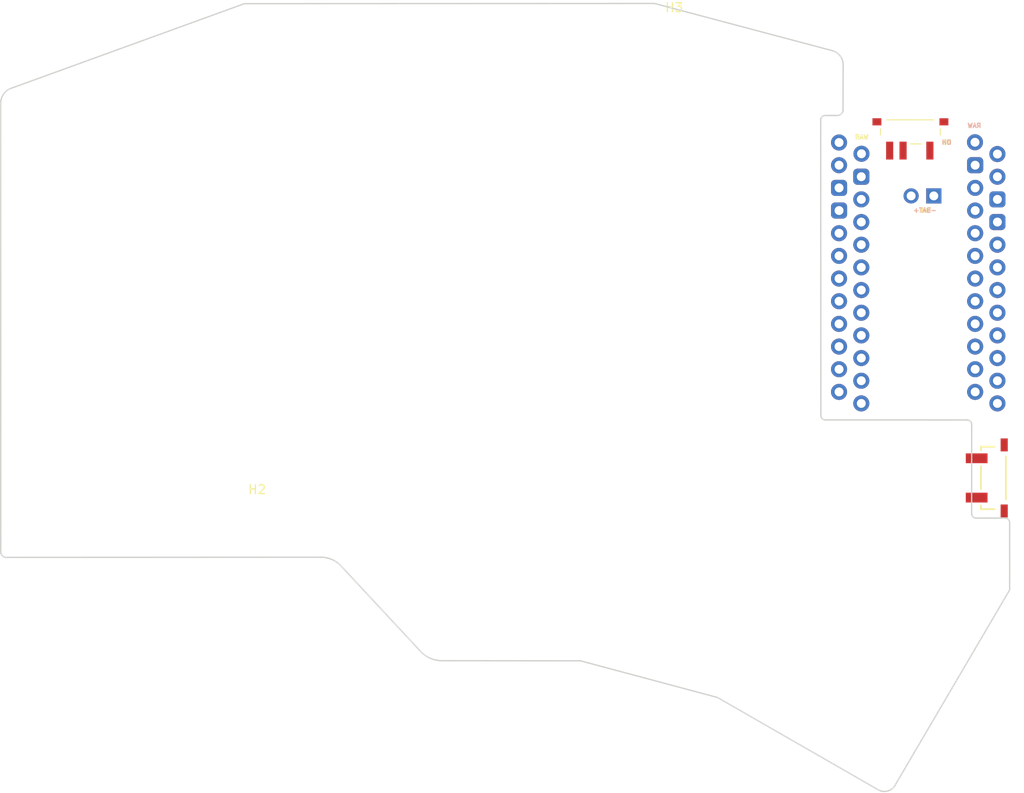
<source format=kicad_pcb>
(kicad_pcb (version 20240108) (generator "pcbnew") (generator_version "8.0")
  (layers (0 "F.Cu" signal) (31 "B.Cu" signal) (34 "B.Paste" user) (35 "F.Paste" user) (36 "B.SilkS" user "B.Silkscreen") (37 "F.SilkS" user "F.Silkscreen") (38 "B.Mask" user) (39 "F.Mask" user) (44 "Edge.Cuts" user))
  (net 0 "")
  (footprint "itsdmd:KSC_Choc" (layer "F.Cu") (at 85.91 65.58)
    (property "Reference" "SW2" (hide yes))
    (property "Value" "SW_Push" (hide yes))
    (pad "" np_thru_hole oval (at -6.75 0.1 90) (size 14 0.508) (drill oval 14 0.508) (layers "F&B.Cu" "*.Mask"))
    (pad "" np_thru_hole oval (at 0 -6.731) (size 14 0.508) (drill oval 14 0.508) (layers "F&B.Cu" "*.Mask"))
    (pad "" np_thru_hole oval (at 0 6.9) (size 14 0.508) (drill oval 14 0.508) (layers "F&B.Cu" "*.Mask"))
    (pad "" np_thru_hole oval (at 6.75 0.05 90) (size 14 0.508) (drill oval 14 0.508) (layers "F&B.Cu" "*.Mask"))
  )
  (footprint "itsdmd:KSC_Choc" (layer "F.Cu") (at 103.91 59.02)
    (property "Reference" "SW3" (hide yes))
    (property "Value" "SW_Push" (hide yes))
    (pad "" np_thru_hole oval (at -6.75 0.1 90) (size 14 0.508) (drill oval 14 0.508) (layers "F&B.Cu" "*.Mask"))
    (pad "" np_thru_hole oval (at 0 -6.731) (size 14 0.508) (drill oval 14 0.508) (layers "F&B.Cu" "*.Mask"))
    (pad "" np_thru_hole oval (at 0 6.9) (size 14 0.508) (drill oval 14 0.508) (layers "F&B.Cu" "*.Mask"))
    (pad "" np_thru_hole oval (at 6.75 0.05 90) (size 14 0.508) (drill oval 14 0.508) (layers "F&B.Cu" "*.Mask"))
  )
  (footprint "itsdmd:KSC_Choc" (layer "F.Cu") (at 121.91 56.66)
    (property "Reference" "SW4" (hide yes))
    (property "Value" "SW_Push" (hide yes))
    (pad "" np_thru_hole oval (at -6.75 0.1 90) (size 14 0.508) (drill oval 14 0.508) (layers "F&B.Cu" "*.Mask"))
    (pad "" np_thru_hole oval (at 0 -6.731) (size 14 0.508) (drill oval 14 0.508) (layers "F&B.Cu" "*.Mask"))
    (pad "" np_thru_hole oval (at 0 6.9) (size 14 0.508) (drill oval 14 0.508) (layers "F&B.Cu" "*.Mask"))
    (pad "" np_thru_hole oval (at 6.75 0.05 90) (size 14 0.508) (drill oval 14 0.508) (layers "F&B.Cu" "*.Mask"))
  )
  (footprint "itsdmd:KSC_Choc" (layer "F.Cu") (at 139.954 59.02)
    (property "Reference" "SW5" (hide yes))
    (property "Value" "SW_Push" (hide yes))
    (pad "" np_thru_hole oval (at -6.75 0.1 90) (size 14 0.508) (drill oval 14 0.508) (layers "F&B.Cu" "*.Mask"))
    (pad "" np_thru_hole oval (at 0 -6.731) (size 14 0.508) (drill oval 14 0.508) (layers "F&B.Cu" "*.Mask"))
    (pad "" np_thru_hole oval (at 0 6.9) (size 14 0.508) (drill oval 14 0.508) (layers "F&B.Cu" "*.Mask"))
    (pad "" np_thru_hole oval (at 6.75 0.05 90) (size 14 0.508) (drill oval 14 0.508) (layers "F&B.Cu" "*.Mask"))
  )
  (footprint "itsdmd:KSC_Choc" (layer "F.Cu") (at 157.988 61.4)
    (property "Reference" "SW6" (hide yes))
    (property "Value" "SW_Push" (hide yes))
    (pad "" np_thru_hole oval (at -6.75 0.1 90) (size 14 0.508) (drill oval 14 0.508) (layers "F&B.Cu" "*.Mask"))
    (pad "" np_thru_hole oval (at 0 -6.731) (size 14 0.508) (drill oval 14 0.508) (layers "F&B.Cu" "*.Mask"))
    (pad "" np_thru_hole oval (at 0 6.9) (size 14 0.508) (drill oval 14 0.508) (layers "F&B.Cu" "*.Mask"))
    (pad "" np_thru_hole oval (at 6.75 0.05 90) (size 14 0.508) (drill oval 14 0.508) (layers "F&B.Cu" "*.Mask"))
  )
  (footprint "itsdmd:KSC_Choc" (layer "F.Cu") (at 85.852 82.55)
    (property "Reference" "SW8" (hide yes))
    (property "Value" "SW_Push" (hide yes))
    (pad "" np_thru_hole oval (at -6.75 0.1 90) (size 14 0.508) (drill oval 14 0.508) (layers "F&B.Cu" "*.Mask"))
    (pad "" np_thru_hole oval (at 0 -6.731) (size 14 0.508) (drill oval 14 0.508) (layers "F&B.Cu" "*.Mask"))
    (pad "" np_thru_hole oval (at 0 6.9) (size 14 0.508) (drill oval 14 0.508) (layers "F&B.Cu" "*.Mask"))
    (pad "" np_thru_hole oval (at 6.75 0.05 90) (size 14 0.508) (drill oval 14 0.508) (layers "F&B.Cu" "*.Mask"))
  )
  (footprint "itsdmd:KSC_Choc" (layer "F.Cu") (at 103.87 76.01)
    (property "Reference" "SW9" (hide yes))
    (property "Value" "SW_Push" (hide yes))
    (pad "" np_thru_hole oval (at -6.75 0.1 90) (size 14 0.508) (drill oval 14 0.508) (layers "F&B.Cu" "*.Mask"))
    (pad "" np_thru_hole oval (at 0 -6.731) (size 14 0.508) (drill oval 14 0.508) (layers "F&B.Cu" "*.Mask"))
    (pad "" np_thru_hole oval (at 0 6.9) (size 14 0.508) (drill oval 14 0.508) (layers "F&B.Cu" "*.Mask"))
    (pad "" np_thru_hole oval (at 6.75 0.05 90) (size 14 0.508) (drill oval 14 0.508) (layers "F&B.Cu" "*.Mask"))
  )
  (footprint "itsdmd:KSC_Choc" (layer "F.Cu") (at 121.91 73.64)
    (property "Reference" "SW10" (hide yes))
    (property "Value" "SW_Push" (hide yes))
    (pad "" np_thru_hole oval (at -6.75 0.1 90) (size 14 0.508) (drill oval 14 0.508) (layers "F&B.Cu" "*.Mask"))
    (pad "" np_thru_hole oval (at 0 -6.731) (size 14 0.508) (drill oval 14 0.508) (layers "F&B.Cu" "*.Mask"))
    (pad "" np_thru_hole oval (at 0 6.9) (size 14 0.508) (drill oval 14 0.508) (layers "F&B.Cu" "*.Mask"))
    (pad "" np_thru_hole oval (at 6.75 0.05 90) (size 14 0.508) (drill oval 14 0.508) (layers "F&B.Cu" "*.Mask"))
  )
  (footprint "itsdmd:KSC_Choc" (layer "F.Cu") (at 139.954 76.032)
    (property "Reference" "SW11" (hide yes))
    (property "Value" "SW_Push" (hide yes))
    (pad "" np_thru_hole oval (at -6.75 0.1 90) (size 14 0.508) (drill oval 14 0.508) (layers "F&B.Cu" "*.Mask"))
    (pad "" np_thru_hole oval (at 0 -6.731) (size 14 0.508) (drill oval 14 0.508) (layers "F&B.Cu" "*.Mask"))
    (pad "" np_thru_hole oval (at 0 6.9) (size 14 0.508) (drill oval 14 0.508) (layers "F&B.Cu" "*.Mask"))
    (pad "" np_thru_hole oval (at 6.75 0.05 90) (size 14 0.508) (drill oval 14 0.508) (layers "F&B.Cu" "*.Mask"))
  )
  (footprint "itsdmd:KSC_Choc" (layer "F.Cu") (at 157.94 78.44)
    (property "Reference" "SW12" (hide yes))
    (property "Value" "SW_Push" (hide yes))
    (pad "" np_thru_hole oval (at -6.75 0.1 90) (size 14 0.508) (drill oval 14 0.508) (layers "F&B.Cu" "*.Mask"))
    (pad "" np_thru_hole oval (at 0 -6.731) (size 14 0.508) (drill oval 14 0.508) (layers "F&B.Cu" "*.Mask"))
    (pad "" np_thru_hole oval (at 0 6.9) (size 14 0.508) (drill oval 14 0.508) (layers "F&B.Cu" "*.Mask"))
    (pad "" np_thru_hole oval (at 6.75 0.05 90) (size 14 0.508) (drill oval 14 0.508) (layers "F&B.Cu" "*.Mask"))
  )
  (footprint "itsdmd:KSC_Choc" (layer "F.Cu") (at 85.852 99.568)
    (property "Reference" "SW14" (hide yes))
    (property "Value" "SW_Push" (hide yes))
    (pad "" np_thru_hole oval (at -6.75 0.1 90) (size 14 0.508) (drill oval 14 0.508) (layers "F&B.Cu" "*.Mask"))
    (pad "" np_thru_hole oval (at 0 -6.731) (size 14 0.508) (drill oval 14 0.508) (layers "F&B.Cu" "*.Mask"))
    (pad "" np_thru_hole oval (at 0 6.9) (size 14 0.508) (drill oval 14 0.508) (layers "F&B.Cu" "*.Mask"))
    (pad "" np_thru_hole oval (at 6.75 0.05 90) (size 14 0.508) (drill oval 14 0.508) (layers "F&B.Cu" "*.Mask"))
  )
  (footprint "itsdmd:KSC_Choc" (layer "F.Cu") (at 103.87 93.028)
    (property "Reference" "SW15" (hide yes))
    (property "Value" "SW_Push" (hide yes))
    (pad "" np_thru_hole oval (at -6.75 0.1 90) (size 14 0.508) (drill oval 14 0.508) (layers "F&B.Cu" "*.Mask"))
    (pad "" np_thru_hole oval (at 0 -6.731) (size 14 0.508) (drill oval 14 0.508) (layers "F&B.Cu" "*.Mask"))
    (pad "" np_thru_hole oval (at 0 6.9) (size 14 0.508) (drill oval 14 0.508) (layers "F&B.Cu" "*.Mask"))
    (pad "" np_thru_hole oval (at 6.75 0.05 90) (size 14 0.508) (drill oval 14 0.508) (layers "F&B.Cu" "*.Mask"))
  )
  (footprint "itsdmd:KSC_Choc" (layer "F.Cu") (at 121.91 90.658)
    (property "Reference" "SW16" (hide yes))
    (property "Value" "SW_Push" (hide yes))
    (pad "" np_thru_hole oval (at -6.75 0.1 90) (size 14 0.508) (drill oval 14 0.508) (layers "F&B.Cu" "*.Mask"))
    (pad "" np_thru_hole oval (at 0 -6.731) (size 14 0.508) (drill oval 14 0.508) (layers "F&B.Cu" "*.Mask"))
    (pad "" np_thru_hole oval (at 0 6.9) (size 14 0.508) (drill oval 14 0.508) (layers "F&B.Cu" "*.Mask"))
    (pad "" np_thru_hole oval (at 6.75 0.05 90) (size 14 0.508) (drill oval 14 0.508) (layers "F&B.Cu" "*.Mask"))
  )
  (footprint "itsdmd:KSC_Choc" (layer "F.Cu") (at 139.954 93.05)
    (property "Reference" "SW17" (hide yes))
    (property "Value" "SW_Push" (hide yes))
    (pad "" np_thru_hole oval (at -6.75 0.1 90) (size 14 0.508) (drill oval 14 0.508) (layers "F&B.Cu" "*.Mask"))
    (pad "" np_thru_hole oval (at 0 -6.731) (size 14 0.508) (drill oval 14 0.508) (layers "F&B.Cu" "*.Mask"))
    (pad "" np_thru_hole oval (at 0 6.9) (size 14 0.508) (drill oval 14 0.508) (layers "F&B.Cu" "*.Mask"))
    (pad "" np_thru_hole oval (at 6.75 0.05 90) (size 14 0.508) (drill oval 14 0.508) (layers "F&B.Cu" "*.Mask"))
  )
  (footprint "itsdmd:KSC_Choc" (layer "F.Cu") (at 157.94 95.458)
    (property "Reference" "SW18" (hide yes))
    (property "Value" "SW_Push" (hide yes))
    (pad "" np_thru_hole oval (at -6.75 0.1 90) (size 14 0.508) (drill oval 14 0.508) (layers "F&B.Cu" "*.Mask"))
    (pad "" np_thru_hole oval (at 0 -6.731) (size 14 0.508) (drill oval 14 0.508) (layers "F&B.Cu" "*.Mask"))
    (pad "" np_thru_hole oval (at 0 6.9) (size 14 0.508) (drill oval 14 0.508) (layers "F&B.Cu" "*.Mask"))
    (pad "" np_thru_hole oval (at 6.75 0.05 90) (size 14 0.508) (drill oval 14 0.508) (layers "F&B.Cu" "*.Mask"))
  )
  (footprint "itsdmd:KSC_Choc" (layer "F.Cu") (at 151.753883 114.801038 -15)
    (property "Reference" "SW20" (hide yes))
    (property "Value" "SW_Push" (hide yes))
    (pad "" np_thru_hole oval (at -6.75 0.1 75) (size 14 0.508) (drill oval 14 0.508) (layers "F&B.Cu" "*.Mask"))
    (pad "" np_thru_hole oval (at 0 -6.731 345) (size 14 0.508) (drill oval 14 0.508) (layers "F&B.Cu" "*.Mask"))
    (pad "" np_thru_hole oval (at 0 6.9 345) (size 14 0.508) (drill oval 14 0.508) (layers "F&B.Cu" "*.Mask"))
    (pad "" np_thru_hole oval (at 6.75 0.05 75) (size 14 0.508) (drill oval 14 0.508) (layers "F&B.Cu" "*.Mask"))
  )
  (footprint "itsdmd:KSC_Choc" (layer "F.Cu") (at 170.45 122.790451 -30)
    (property "Reference" "SW21" (hide yes))
    (property "Value" "SW_Push" (hide yes))
    (pad "" np_thru_hole oval (at -6.749999 0.1 60) (size 14 0.508) (drill oval 14 0.508) (layers "F&B.Cu" "*.Mask"))
    (pad "" np_thru_hole oval (at 0 -6.731 330) (size 14 0.508) (drill oval 14 0.508) (layers "F&B.Cu" "*.Mask"))
    (pad "" np_thru_hole oval (at 0 6.9 330) (size 14 0.508) (drill oval 14 0.508) (layers "F&B.Cu" "*.Mask"))
    (pad "" np_thru_hole oval (at 6.749999 0.05 60) (size 14 0.508) (drill oval 14 0.508) (layers "F&B.Cu" "*.Mask"))
  )
  (footprint "itsdmd:MountingHole_2.2mm_M2" (layer "F.Cu") (at 178.56 111.33)
    (property "Reference" "H4" (hide yes))
    (property "Value" "MountingHole")
    (pad "" np_thru_hole circle (at 0 0) (size 2.2 2.2) (drill 2.2) (layers "F&B.Cu" "*.Mask"))
  )
  (footprint "itsdmd:MCB_nice-nano_flip" (layer "F.Cu") (at 179.17 78.18)
    (property "Reference" "U2")
    (property "Value" "nice!nano")
    (fp_text user "RAW" (at -7.56 -15.87 0) (layer "F.SilkS") (effects (font (size 0.5 0.5) (thickness 0.125) (bold yes))))
    (pad "1" thru_hole circle (at 7.62 -13.97) (size 1.8 1.8) (drill 1) (layers "*.Cu" "B.Mask"))
    (pad "2" thru_hole circle (at 7.62 -11.43) (size 1.8 1.8) (drill 1) (layers "*.Cu" "B.Mask"))
    (pad "3" thru_hole roundrect (at 7.62 -8.89) (size 1.8 1.8) (drill 1) (layers "*.Cu" "B.Mask"))
    (pad "4" thru_hole roundrect (at 7.62 -6.35) (size 1.8 1.8) (drill 1) (layers "*.Cu" "B.Mask"))
    (pad "5" thru_hole circle (at 7.62 -3.81) (size 1.8 1.8) (drill 1) (layers "*.Cu" "B.Mask"))
    (pad "6" thru_hole circle (at 7.62 -1.27) (size 1.8 1.8) (drill 1) (layers "*.Cu" "B.Mask"))
    (pad "7" thru_hole circle (at 7.62 1.27) (size 1.8 1.8) (drill 1) (layers "*.Cu" "B.Mask"))
    (pad "8" thru_hole circle (at 7.62 3.81) (size 1.8 1.8) (drill 1) (layers "*.Cu" "B.Mask"))
    (pad "9" thru_hole circle (at 7.62 6.35) (size 1.8 1.8) (drill 1) (layers "*.Cu" "B.Mask"))
    (pad "10" thru_hole circle (at 7.62 8.89) (size 1.8 1.8) (drill 1) (layers "*.Cu" "B.Mask"))
    (pad "11" thru_hole circle (at 7.62 11.43) (size 1.8 1.8) (drill 1) (layers "*.Cu" "B.Mask"))
    (pad "12" thru_hole circle (at 7.62 13.97) (size 1.8 1.8) (drill 1) (layers "*.Cu" "B.Mask"))
    (pad "13" thru_hole circle (at -7.62 13.97) (size 1.8 1.8) (drill 1) (layers "*.Cu" "B.Mask"))
    (pad "14" thru_hole circle (at -7.62 11.43) (size 1.8 1.8) (drill 1) (layers "*.Cu" "B.Mask"))
    (pad "15" thru_hole circle (at -7.62 8.89) (size 1.8 1.8) (drill 1) (layers "*.Cu" "B.Mask"))
    (pad "16" thru_hole circle (at -7.62 6.35) (size 1.8 1.8) (drill 1) (layers "*.Cu" "B.Mask"))
    (pad "17" thru_hole circle (at -7.62 3.81) (size 1.8 1.8) (drill 1) (layers "*.Cu" "B.Mask"))
    (pad "18" thru_hole circle (at -7.62 1.27) (size 1.8 1.8) (drill 1) (layers "*.Cu" "B.Mask"))
    (pad "19" thru_hole circle (at -7.62 -1.27) (size 1.8 1.8) (drill 1) (layers "*.Cu" "B.Mask"))
    (pad "20" thru_hole circle (at -7.62 -3.81) (size 1.8 1.8) (drill 1) (layers "*.Cu" "B.Mask"))
    (pad "21" thru_hole circle (at -7.62 -6.35) (size 1.8 1.8) (drill 1) (layers "*.Cu" "B.Mask"))
    (pad "22" thru_hole circle (at -7.62 -8.89) (size 1.8 1.8) (drill 1) (layers "*.Cu" "B.Mask"))
    (pad "23" thru_hole roundrect (at -7.62 -11.43) (size 1.8 1.8) (drill 1) (layers "*.Cu" "B.Mask"))
    (pad "24" thru_hole circle (at -7.6 -14) (size 1.8 1.8) (drill 1) (layers "*.Cu" "B.Mask"))
  )
  (footprint "itsdmd:MountingHole_2.2mm_M2" (layer "F.Cu") (at 90.5 55.02)
    (property "Reference" "H1" (hide yes))
    (property "Value" "MountingHole")
    (pad "" np_thru_hole circle (at 0 0) (size 2.2 2.2) (drill 2.2) (layers "F&B.Cu" "*.Mask"))
  )
  (footprint "itsdmd:KSC_Choc" (layer "F.Cu") (at 132.2 111.4)
    (property "Reference" "SW19" (hide yes))
    (property "Value" "SW_Push" (hide yes))
    (pad "" np_thru_hole oval (at -6.75 0.1 90) (size 14 0.508) (drill oval 14 0.508) (layers "F&B.Cu" "*.Mask"))
    (pad "" np_thru_hole oval (at 0 -6.731) (size 14 0.508) (drill oval 14 0.508) (layers "F&B.Cu" "*.Mask"))
    (pad "" np_thru_hole oval (at 0 6.9) (size 14 0.508) (drill oval 14 0.508) (layers "F&B.Cu" "*.Mask"))
    (pad "" np_thru_hole oval (at 6.75 0.05 90) (size 14 0.508) (drill oval 14 0.508) (layers "F&B.Cu" "*.Mask"))
  )
  (footprint "itsdmd:MountingHole_2.2mm_M2" (layer "F.Cu") (at 103.9 105)
    (property "Reference" "H2" (at 0 -3.2 0) (layer "F.SilkS"))
    (property "Value" "MountingHole")
    (pad "" np_thru_hole circle (at 0 0) (size 2.2 2.2) (drill 2.2) (layers "*.Cu" "*.Mask"))
  )
  (footprint "itsdmd:SW-S_MSK-12C02" (layer "F.Cu") (at 177.2 61.725001 180)
    (property "Reference" "SW_POWER1")
    (property "Value" "SW_SPDT")
    (fp_line (start 3.5 0.35) (end 3.5 -0.35) (stroke (width 0.127)) (layer "F.SilkS"))
    (fp_line (start 1.5 1.35) (end 2.8 1.35) (stroke (width 0.127)) (layer "F.SilkS"))
    (fp_line (start 0.2 1.35) (end 1.5 1.35) (stroke (width 0.127)) (layer "F.SilkS"))
    (fp_line (start -1.15 -1.35) (end 0.15 -1.35) (stroke (width 0.127)) (layer "F.SilkS"))
    (fp_line (start -2.5 1.35) (end 0.2 1.35) (stroke (width 0.127)) (layer "F.SilkS"))
    (fp_line (start -3.2 -0.35) (end -3.2 0.35) (stroke (width 0.127)) (layer "F.SilkS"))
    (pad "" np_thru_hole circle (at -1.35 0 180) (size 0.8 0.8) (drill 0.8) (layers "*.Cu" "*.Mask"))
    (pad "" np_thru_hole circle (at 1.65 0 180) (size 0.8 0.8) (drill 0.8) (layers "*.Cu" "*.Mask"))
    (pad "1" smd rect (at 2.473 -2.1) (size 0.8 2) (layers "F.Cu" "F.Paste" "F.Mask"))
    (pad "2" smd rect (at -2.027 -2.1) (size 0.8 2) (layers "F.Cu" "F.Paste" "F.Mask"))
    (pad "COM" smd rect (at 0.973 -2.1) (size 0.8 2) (layers "F.Cu" "F.Paste" "F.Mask"))
    (pad "GND" smd rect (at -3.6 1.125001) (size 1 0.8) (layers "F.Cu" "F.Paste" "F.Mask"))
    (pad "GND" smd rect (at 3.9 1.125001) (size 1 0.8) (layers "F.Cu" "F.Paste" "F.Mask"))
  )
  (footprint "itsdmd:SW-T_7.4x2.6-4pad-smd" (layer "F.Cu") (at 186.75 100.5 90)
    (property "Reference" "SW_RST1" (hide yes))
    (property "Value" "SW_Push" (hide yes))
    (fp_line (start 3.5 -1.8) (end 3.5 -0.275) (stroke (width 0.2)) (layer "F.SilkS"))
    (fp_line (start 3.475 -1.8) (end 3.1 -1.8) (stroke (width 0.2)) (layer "F.SilkS"))
    (fp_line (start -1.25 -1.8) (end 1.3 -1.8) (stroke (width 0.2)) (layer "F.SilkS"))
    (fp_line (start -3.1 -1.8) (end -3.5 -1.8) (stroke (width 0.2)) (layer "F.SilkS"))
    (fp_line (start -3.5 -1.8) (end -3.5 -0.265) (stroke (width 0.2)) (layer "F.SilkS"))
    (fp_line (start -2.4 0.985) (end 2.4 0.985) (stroke (width 0.2)) (layer "F.SilkS"))
    (pad "" np_thru_hole circle (at -1.1 -0.1 90) (size 0.9 0.9) (drill 1) (layers "F&B.Cu" "*.Mask"))
    (pad "" np_thru_hole circle (at 1.1 -0.1 90) (size 0.9 0.9) (drill 1) (layers "F&B.Cu" "*.Mask"))
    (pad "1" smd rect (at -2.2 -2.2825 90) (size 1.1 2.435) (layers "F.Cu" "F.Paste" "F.Mask"))
    (pad "2" smd rect (at 2.2 -2.2825 90) (size 1.1 2.435) (layers "F.Cu" "F.Paste" "F.Mask"))
    (pad "3" smd rect (at -3.700001 0.8 180) (size 0.8 1.45) (layers "F.Cu" "F.Paste" "F.Mask"))
    (pad "4" smd rect (at 3.700001 0.8 180) (size 0.8 1.45) (layers "F.Cu" "F.Paste" "F.Mask"))
  )
  (footprint "itsdmd:Battery_Pads-dual-side" (layer "F.Cu") (at 178.4 68.9)
    (property "Reference" "BT1" (hide yes))
    (property "Value" "Battery_Cell")
    (pad "1" thru_hole oval (at -1.270001 0 90) (size 1.7 1.7) (drill 1) (layers "*.Cu" "*.Mask"))
    (pad "2" thru_hole rect (at 1.270001 0 90) (size 1.7 1.7) (drill 1) (layers "*.Cu" "*.Mask"))
  )
  (footprint "itsdmd:MountingHole_2.2mm_M2" (layer "F.Cu") (at 150.6 51)
    (property "Reference" "H3" (at 0 -3.2 0) (layer "F.SilkS"))
    (property "Value" "MountingHole")
    (pad "" np_thru_hole circle (at 0 0) (size 2.2 2.2) (drill 2.2) (layers "*.Cu" "*.Mask"))
  )
  (footprint "itsdmd:MCB_nice-nano_flip" (layer "B.Cu") (at 176.68 76.89 180)
    (property "Reference" "U1")
    (property "Value" "nice!nano")
    (fp_text user "RAW" (at -7.522 15.866 0) (layer "B.SilkS") (effects (font (size 0.5 0.5) (thickness 0.125) (bold yes)) (justify mirror)))
    (pad "1" thru_hole circle (at 7.62 13.97 180) (size 1.8 1.8) (drill 1) (layers "*.Cu" "F.Mask"))
    (pad "2" thru_hole circle (at 7.62 11.43 180) (size 1.8 1.8) (drill 1) (layers "*.Cu" "F.Mask"))
    (pad "3" thru_hole roundrect (at 7.62 8.89 180) (size 1.8 1.8) (drill 1) (layers "*.Cu" "F.Mask"))
    (pad "4" thru_hole roundrect (at 7.62 6.35 180) (size 1.8 1.8) (drill 1) (layers "*.Cu" "F.Mask"))
    (pad "5" thru_hole circle (at 7.62 3.81 180) (size 1.8 1.8) (drill 1) (layers "*.Cu" "F.Mask"))
    (pad "6" thru_hole circle (at 7.62 1.27 180) (size 1.8 1.8) (drill 1) (layers "*.Cu" "F.Mask"))
    (pad "7" thru_hole circle (at 7.62 -1.27 180) (size 1.8 1.8) (drill 1) (layers "*.Cu" "F.Mask"))
    (pad "8" thru_hole circle (at 7.62 -3.81 180) (size 1.8 1.8) (drill 1) (layers "*.Cu" "F.Mask"))
    (pad "9" thru_hole circle (at 7.62 -6.35 180) (size 1.8 1.8) (drill 1) (layers "*.Cu" "F.Mask"))
    (pad "10" thru_hole circle (at 7.62 -8.89 180) (size 1.8 1.8) (drill 1) (layers "*.Cu" "F.Mask"))
    (pad "11" thru_hole circle (at 7.62 -11.43 180) (size 1.8 1.8) (drill 1) (layers "*.Cu" "F.Mask"))
    (pad "12" thru_hole circle (at 7.62 -13.97 180) (size 1.8 1.8) (drill 1) (layers "*.Cu" "F.Mask"))
    (pad "13" thru_hole circle (at -7.62 -13.97 180) (size 1.8 1.8) (drill 1) (layers "*.Cu" "F.Mask"))
    (pad "14" thru_hole circle (at -7.62 -11.43 180) (size 1.8 1.8) (drill 1) (layers "*.Cu" "F.Mask"))
    (pad "15" thru_hole circle (at -7.62 -8.89 180) (size 1.8 1.8) (drill 1) (layers "*.Cu" "F.Mask"))
    (pad "16" thru_hole circle (at -7.62 -6.35 180) (size 1.8 1.8) (drill 1) (layers "*.Cu" "F.Mask"))
    (pad "17" thru_hole circle (at -7.62 -3.81 180) (size 1.8 1.8) (drill 1) (layers "*.Cu" "F.Mask"))
    (pad "18" thru_hole circle (at -7.62 -1.27 180) (size 1.8 1.8) (drill 1) (layers "*.Cu" "F.Mask"))
    (pad "19" thru_hole circle (at -7.62 1.27 180) (size 1.8 1.8) (drill 1) (layers "*.Cu" "F.Mask"))
    (pad "20" thru_hole circle (at -7.62 3.81 180) (size 1.8 1.8) (drill 1) (layers "*.Cu" "F.Mask"))
    (pad "21" thru_hole circle (at -7.62 6.35 180) (size 1.8 1.8) (drill 1) (layers "*.Cu" "F.Mask"))
    (pad "22" thru_hole circle (at -7.62 8.89 180) (size 1.8 1.8) (drill 1) (layers "*.Cu" "F.Mask"))
    (pad "23" thru_hole roundrect (at -7.62 11.43 180) (size 1.8 1.8) (drill 1) (layers "*.Cu" "F.Mask"))
    (pad "24" thru_hole circle (at -7.6 14 180) (size 1.8 1.8) (drill 1) (layers "*.Cu" "F.Mask"))
  )
  (gr_line (start 140.11 120.99) (end 155.45 125.1) (stroke (width 0.15)) (layer "Edge.Cuts"))
  (gr_arc (start 184.382002 104.998687) (mid 184.038863 104.842023) (end 183.903336 104.49) (stroke (width 0.15)) (layer "Edge.Cuts"))
  (gr_arc (start 168.31 52.630001) (mid 169.181039 53.21572) (end 169.517467 54.21) (stroke (width 0.15)) (layer "Edge.Cuts"))
  (gr_arc (start 183.431334 94.003336) (mid 183.774473 94.16) (end 183.91 94.512023) (stroke (width 0.15)) (layer "Edge.Cuts"))
  (gr_arc (start 187.68 105) (mid 188.023139 105.156664) (end 188.158666 105.508687) (stroke (width 0.15)) (layer "Edge.Cuts"))
  (gr_line (start 76.447128 56.810904) (end 102.48 47.36) (stroke (width 0.15)) (layer "Edge.Cuts"))
  (gr_arc (start 111.03 109.38) (mid 112.32692 109.662883) (end 113.388248 110.460137) (stroke (width 0.15)) (layer "Edge.Cuts"))
  (gr_line (start 113.388248 110.460137) (end 122.240001 119.969999) (stroke (width 0.15)) (layer "Edge.Cuts"))
  (gr_line (start 187.68 105) (end 184.382002 104.998687) (stroke (width 0.15)) (layer "Edge.Cuts"))
  (gr_line (start 188.158666 105.508687) (end 188.159853 113.0481) (stroke (width 0.15)) (layer "Edge.Cuts"))
  (gr_line (start 124.6 120.974522) (end 140.11 120.99) (stroke (width 0.15)) (layer "Edge.Cuts"))
  (gr_arc (start 167.502044 94) (mid 167.158905 93.843336) (end 167.023378 93.491313) (stroke (width 0.15)) (layer "Edge.Cuts"))
  (gr_arc (start 75.187224 58.53) (mid 75.535923 57.464325) (end 76.447128 56.810904) (stroke (width 0.15)) (layer "Edge.Cuts"))
  (gr_line (start 155.45 125.1) (end 173.389826 135.40679) (stroke (width 0.15)) (layer "Edge.Cuts"))
  (gr_arc (start 75.807553 109.4) (mid 75.361083 109.205246) (end 75.2 108.745553) (stroke (width 0.15)) (layer "Edge.Cuts"))
  (gr_line (start 167.023378 93.491313) (end 167.003336 60.368686) (stroke (width 0.15)) (layer "Edge.Cuts"))
  (gr_line (start 167.512023 59.89002) (end 168.848131 59.89002) (stroke (width 0.15)) (layer "Edge.Cuts"))
  (gr_arc (start 169.500977 59.39002) (mid 169.259301 59.750654) (end 168.848131 59.89002) (stroke (width 0.15)) (layer "Edge.Cuts"))
  (gr_line (start 75.187224 58.53) (end 75.2 108.745553) (stroke (width 0.15)) (layer "Edge.Cuts"))
  (gr_arc (start 124.6 120.974522) (mid 123.317555 120.712944) (end 122.240001 119.969999) (stroke (width 0.15)) (layer "Edge.Cuts"))
  (gr_line (start 175.285188 135.009859) (end 188.159853 113.0481) (stroke (width 0.15)) (layer "Edge.Cuts"))
  (gr_arc (start 167.003336 60.368686) (mid 167.16 60.025547) (end 167.512023 59.89002) (stroke (width 0.15)) (layer "Edge.Cuts"))
  (gr_arc (start 175.285188 135.009859) (mid 174.399987 135.599976) (end 173.357176 135.38935) (stroke (width 0.15)) (layer "Edge.Cuts"))
  (gr_line (start 168.31 52.630001) (end 148.4 47.34) (stroke (width 0.15)) (layer "Edge.Cuts"))
  (gr_line (start 169.500977 59.39002) (end 169.517467 54.21) (stroke (width 0.15)) (layer "Edge.Cuts"))
  (gr_line (start 102.48 47.36) (end 148.4 47.34) (stroke (width 0.15)) (layer "Edge.Cuts"))
  (gr_line (start 111.03 109.38) (end 75.807553 109.4) (stroke (width 0.15)) (layer "Edge.Cuts"))
  (gr_line (start 183.91 94.512023) (end 183.903336 104.49) (stroke (width 0.15)) (layer "Edge.Cuts"))
  (gr_line (start 167.502044 94) (end 183.431334 94.003336) (stroke (width 0.15)) (layer "Edge.Cuts"))
  (gr_text "ON" (at 180.5 62.9 0) (layer "B.SilkS") (effects (font (size 0.5 0.5) (thickness 0.125) (bold yes)) (justify right mirror)))
  (gr_text "-BAT+" (at 178.68 70.51 0) (layer "B.SilkS") (effects (font (size 0.5 0.5) (thickness 0.125) (bold yes)) (justify mirror)))
  (gr_text "+BAT-" (at 178.68 70.51 0) (layer "F.SilkS") (effects (font (size 0.5 0.5) (thickness 0.125) (bold yes))))
  (gr_text "ON" (at 180.5 62.9 0) (layer "F.SilkS") (effects (font (size 0.5 0.5) (thickness 0.125) (bold yes)) (justify left)))
)
</source>
